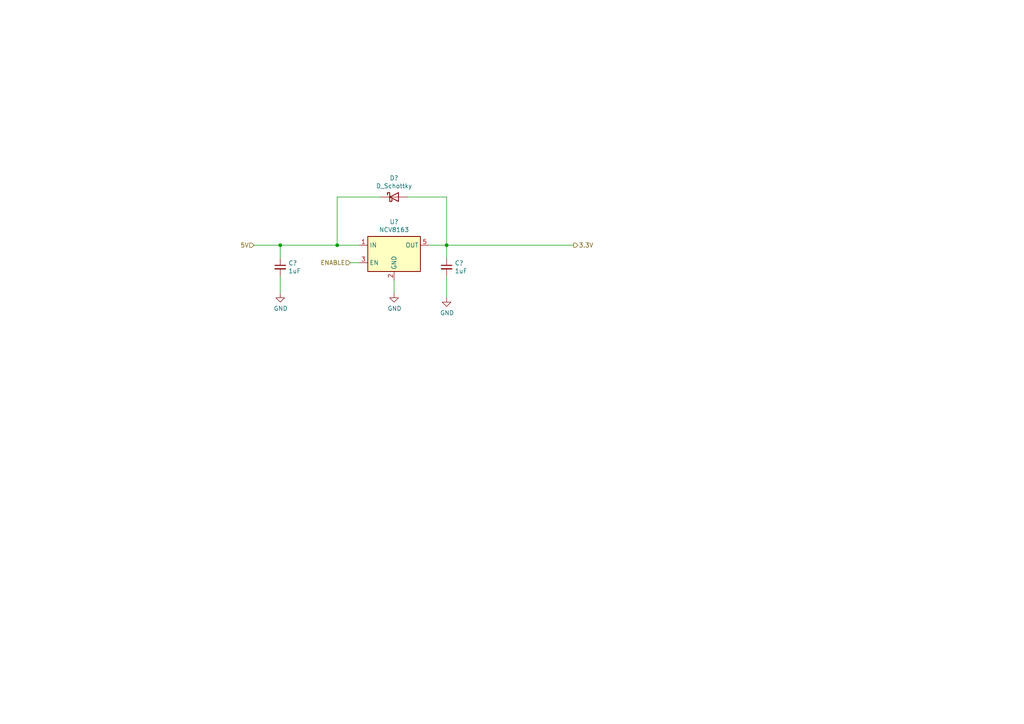
<source format=kicad_sch>
(kicad_sch (version 20231120) (generator "eeschema") (generator_version "8.0")
  (paper "A4")
  (title_block (title "RAMN: Resistant Automotive Miniature Network V1.0") (date "2024-02-20") (rev "B2L") (company "Copyright (c) 2024 TOYOTA MOTOR CORPORATION. ALL RIGHTS RESERVED.") (comment 3 "License: CC BY-SA 4.0") (comment 4 "https://github.com/toyotainfotech/ramn"))
  (lib_symbols
    (symbol "Device:C_Small" (pin_numbers hide) (pin_names (offset 0.254) hide)
      (property "Reference" "C" (at 0.254 1.778 0))
      (property "Value" "C_Small" (at 0.254 -2.032 0))
      (symbol "C_Small_0_1"
        (polyline (pts (xy -1.524 -0.508) (xy 1.524 -0.508)) (stroke (width 0.3302)))
        (polyline (pts (xy -1.524 0.508) (xy 1.524 0.508)) (stroke (width 0.3048)))
      )
      (symbol "C_Small_1_1"
        (pin passive line (at 0 2.54 270) (length 2.032) (name "~") (number "1"))
        (pin passive line (at 0 -2.54 90) (length 2.032) (name "~") (number "2"))
      )
    )
    (symbol "Device:D_Schottky" (pin_numbers hide) (pin_names (offset 1.016) hide)
      (property "Reference" "D" (at 0 2.54 0))
      (property "Value" "D_Schottky" (at 0 -2.54 0))
      (symbol "D_Schottky_0_1"
        (polyline (pts (xy 1.27 0) (xy -1.27 0)))
        (polyline (pts (xy 1.27 1.27) (xy 1.27 -1.27) (xy -1.27 0) (xy 1.27 1.27)) (stroke (width 0.254)))
        (polyline (pts (xy -1.905 0.635) (xy -1.905 1.27) (xy -1.27 1.27) (xy -1.27 -1.27) (xy -0.635 -1.27) (xy -0.635 -0.635)) (stroke (width 0.254)))
      )
      (symbol "D_Schottky_1_1"
        (pin passive line (at -3.81 0 0) (length 2.54) (name "K") (number "1"))
        (pin passive line (at 3.81 0 180) (length 2.54) (name "A") (number "2"))
      )
    )
    (symbol "Regulator_Linear:NCV8114ASN120T1G"
      (property "Reference" "U" (at 0 8.89 0))
      (property "Value" "NCV8114ASN120T1G" (at 0 6.35 0))
      (symbol "NCV8114ASN120T1G_0_1"
        (rectangle (start -7.62 5.08) (end 7.62 -5.08) (stroke (width 0.254)) (fill (type background)))
      )
      (symbol "NCV8114ASN120T1G_1_1"
        (pin power_in line (at -10.16 2.54 0) (length 2.54) (name "IN") (number "1"))
        (pin power_in line (at 0 -7.62 90) (length 2.54) (name "GND") (number "2"))
        (pin input line (at -10.16 -2.54 0) (length 2.54) (name "EN") (number "3"))
        (pin no_connect line (at 7.62 -2.54 180) (length 2.54) hide (name "NC") (number "4"))
        (pin power_out line (at 10.16 2.54 180) (length 2.54) (name "OUT") (number "5"))
      )
    )
    (symbol "ramn-rescue:GND-power" (power) (pin_names (offset 0))
      (property "Value" "power_GND" (at 0 -3.81 0))
      (symbol "GND-power_0_1"
        (polyline (pts (xy 0 0) (xy 0 -1.27) (xy 1.27 -1.27) (xy 0 -2.54) (xy -1.27 -1.27) (xy 0 -1.27)))
      )
      (symbol "GND-power_1_1"
        (pin power_in line (at 0 0 270) (length 0) hide (name "GND") (number "1"))
      )
    )
  )
  (junction (at 81.28 71.12))
  (junction (at 97.79 71.12))
  (junction (at 129.54 71.12))
  (wire (pts (xy 129.54 74.93) (xy 129.54 71.12)))
  (wire (pts (xy 81.28 71.12) (xy 97.79 71.12)))
  (wire (pts (xy 81.28 74.93) (xy 81.28 71.12)))
  (wire (pts (xy 104.14 76.2) (xy 101.6 76.2)))
  (wire (pts (xy 129.54 80.01) (xy 129.54 86.36)))
  (wire (pts (xy 73.66 71.12) (xy 81.28 71.12)))
  (wire (pts (xy 118.11 57.15) (xy 129.54 57.15)))
  (wire (pts (xy 114.3 81.28) (xy 114.3 85.09)))
  (wire (pts (xy 110.49 57.15) (xy 97.79 57.15)))
  (wire (pts (xy 97.79 57.15) (xy 97.79 71.12)))
  (wire (pts (xy 124.46 71.12) (xy 129.54 71.12)))
  (wire (pts (xy 129.54 57.15) (xy 129.54 71.12)))
  (wire (pts (xy 97.79 71.12) (xy 104.14 71.12)))
  (wire (pts (xy 81.28 80.01) (xy 81.28 85.09)))
  (wire (pts (xy 166.37 71.12) (xy 129.54 71.12)))
  (hierarchical_label "ENABLE" (shape input) (at 101.6 76.2 180))
  (hierarchical_label "3.3V" (shape output) (at 166.37 71.12 0))
  (hierarchical_label "5V" (shape input) (at 73.66 71.12 180))
  (symbol (lib_id "Regulator_Linear:NCV8114ASN120T1G") (at 114.3 73.66 0) (unit 1)
    (property "Reference" "U?" (at 114.3 64.3382 0))
    (property "Value" "NCV8163" (at 114.3 66.6496 0))
    (property "Footprint" "Package_SO:TSOP-5_1.65x3.05mm_P0.95mm" (effects (hide yes)))
    (instances (project "" (path "" (reference "U?") (unit 1)) (path "" (reference "U12") (unit 1)) (path "" (reference "U6") (unit 1)) (path "" (reference "U3") (unit 1)) (path "" (reference "U9") (unit 1))))
  )
  (symbol (lib_id "Device:C_Small") (at 81.28 77.47 0) (unit 1)
    (property "Reference" "C?" (at 83.6168 76.3016 0) (effects (justify left)))
    (property "Value" "1uF" (at 83.6168 78.613 0) (effects (justify left)))
    (property "Footprint" "Capacitor_SMD:C_1206_3216Metric" (effects (hide yes)))
    (instances (project "" (path "" (reference "C?") (unit 1)) (path "" (reference "C41") (unit 1)) (path "" (reference "C21") (unit 1)) (path "" (reference "C11") (unit 1)) (path "" (reference "C31") (unit 1))))
  )
  (symbol (lib_id "Device:C_Small") (at 129.54 77.47 0) (unit 1)
    (property "Reference" "C?" (at 131.8768 76.3016 0) (effects (justify left)))
    (property "Value" "1uF" (at 131.8768 78.613 0) (effects (justify left)))
    (property "Footprint" "Capacitor_SMD:C_1206_3216Metric" (effects (hide yes)))
    (instances (project "" (path "" (reference "C?") (unit 1)) (path "" (reference "C42") (unit 1)) (path "" (reference "C22") (unit 1)) (path "" (reference "C12") (unit 1)) (path "" (reference "C32") (unit 1))))
  )
  (symbol (lib_id "ramn-rescue:GND-power") (at 114.3 85.09 0) (unit 1)
    (property "Reference" "#PWR?" (effects (hide yes)))
    (property "Value" "GND" (at 114.427 89.4842 0))
    (instances (project "" (path "" (reference "#PWR?") (unit 1)) (path "" (reference "#PWR079") (unit 1)) (path "" (reference "#PWR041") (unit 1)) (path "" (reference "#PWR022") (unit 1)) (path "" (reference "#PWR060") (unit 1))))
  )
  (symbol (lib_id "ramn-rescue:GND-power") (at 129.54 86.36 0) (unit 1)
    (property "Reference" "#PWR?" (effects (hide yes)))
    (property "Value" "GND" (at 129.667 90.7542 0))
    (instances (project "" (path "" (reference "#PWR?") (unit 1)) (path "" (reference "#PWR080") (unit 1)) (path "" (reference "#PWR042") (unit 1)) (path "" (reference "#PWR023") (unit 1)) (path "" (reference "#PWR061") (unit 1))))
  )
  (symbol (lib_id "ramn-rescue:GND-power") (at 81.28 85.09 0) (unit 1)
    (property "Reference" "#PWR?" (effects (hide yes)))
    (property "Value" "GND" (at 81.407 89.4842 0))
    (instances (project "" (path "" (reference "#PWR?") (unit 1)) (path "" (reference "#PWR078") (unit 1)) (path "" (reference "#PWR040") (unit 1)) (path "" (reference "#PWR021") (unit 1)) (path "" (reference "#PWR059") (unit 1))))
  )
  (symbol (lib_id "Device:D_Schottky") (at 114.3 57.15 0) (unit 1)
    (property "Reference" "D?" (at 114.3 51.6382 0))
    (property "Value" "D_Schottky" (at 114.3 53.9496 0))
    (property "Footprint" "Diode_SMD:D_SOD-523" (effects (hide yes)))
    (instances (project "" (path "" (reference "D?") (unit 1)) (path "" (reference "D4") (unit 1)) (path "" (reference "D2") (unit 1)) (path "" (reference "D1") (unit 1)) (path "" (reference "D3") (unit 1))))
  )
)
</source>
